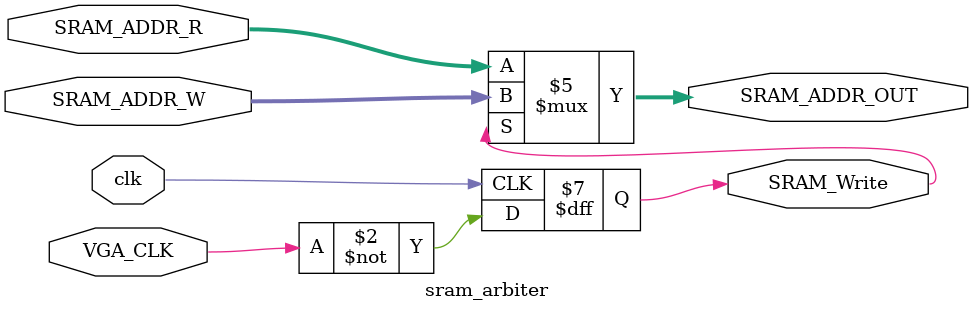
<source format=sv>
module sram_arbiter (
	input logic clk, VGA_CLK,
	input logic [19:0] SRAM_ADDR_W, SRAM_ADDR_R,
	output logic [19:0] SRAM_ADDR_OUT,
	output logic SRAM_Write
);

always_ff @(posedge clk) begin
	SRAM_Write <= ~VGA_CLK;
end

always_comb begin
	if(SRAM_Write)
		SRAM_ADDR_OUT = SRAM_ADDR_W;
	else
		SRAM_ADDR_OUT = SRAM_ADDR_R;
end

endmodule : sram_arbiter
</source>
